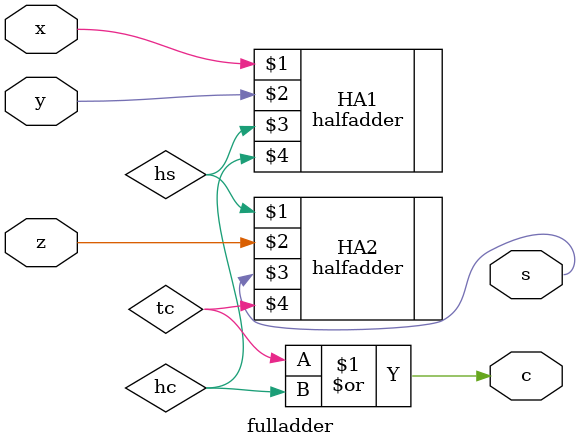
<source format=v>
`timescale 1ns/10ps
`include "./halfadder.v"
module fulladder(x,y,z,s,c);
input x,y,z;
output s,c;
wire hs,hc,tc;
halfadder HA1(x,y,hs,hc);
halfadder HA2(hs,z,s,tc);
or (c,tc,hc);
endmodule

</source>
